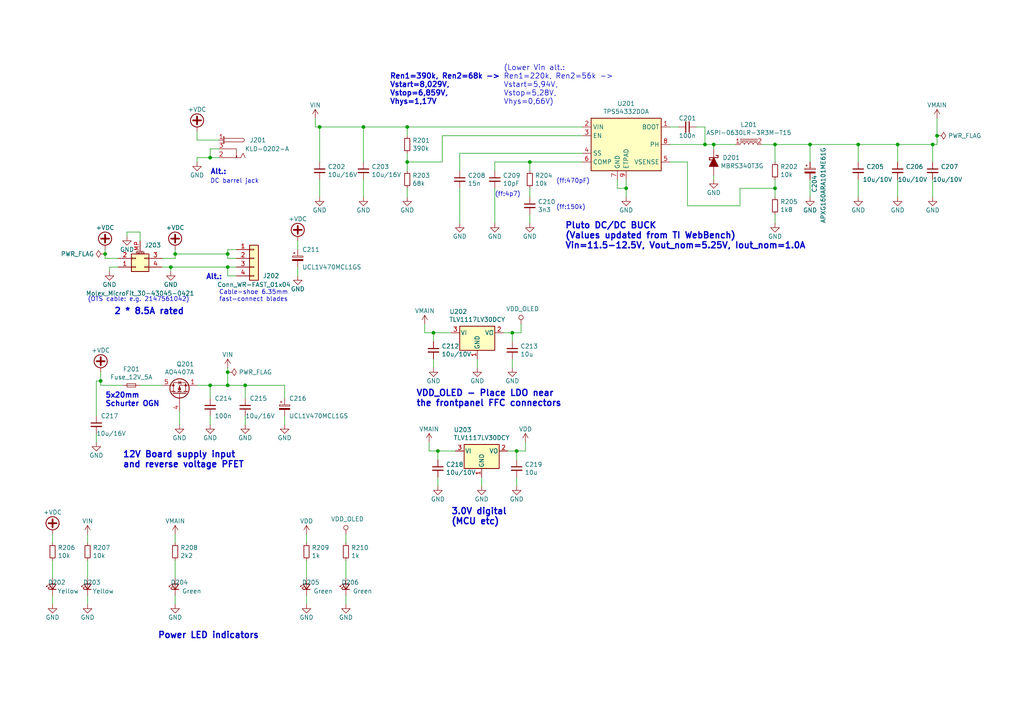
<source format=kicad_sch>
(kicad_sch (version 20231120) (generator "eeschema") (generator_version "8.0")
  (paper "A4")
  (title_block (title "DC/DC Buck, LDOs & power-LEDs") (date "2020-12-13") (rev "r0.1") (company "MaJo"))
  (lib_symbols
    (symbol "Connector_Generic_MountingPin:Conn_02x02_Counter_Clockwise_MountingPin" (pin_names (offset 1.016) hide)
      (property "Reference" "J" (at 1.27 2.54 0))
      (property "Value" "Conn_02x02_Counter_Clockwise_MountingPin" (at 2.54 -5.08 0))
      (symbol "Conn_02x02_Counter_Clockwise_MountingPin_1_1"
        (rectangle (start -1.27 -2.413) (end 0 -2.667) (stroke (width 0.1524)))
        (rectangle (start -1.27 0.127) (end 0 -0.127) (stroke (width 0.1524)))
        (rectangle (start -1.27 1.27) (end 3.81 -3.81) (stroke (width 0.254)) (fill (type background)))
        (polyline (pts (xy 0.254 -4.572) (xy 2.286 -4.572)) (stroke (width 0.1524)))
        (rectangle (start 3.81 -2.413) (end 2.54 -2.667) (stroke (width 0.1524)))
        (rectangle (start 3.81 0.127) (end 2.54 -0.127) (stroke (width 0.1524)))
        (text "Mounting" (at 1.27 -4.191 0) (effects (font (size 0.381 0.381))))
        (pin passive line (at -5.08 0 0) (length 3.81) (name "Pin_1") (number "1"))
        (pin passive line (at -5.08 -2.54 0) (length 3.81) (name "Pin_2") (number "2"))
        (pin passive line (at 7.62 -2.54 180) (length 3.81) (name "Pin_3") (number "3"))
        (pin passive line (at 7.62 0 180) (length 3.81) (name "Pin_4") (number "4"))
        (pin passive line (at 1.27 -7.62 90) (length 3.048) (name "MountPin") (number "MP"))
      )
    )
    (symbol "Device:C_Small" (pin_numbers hide) (pin_names (offset 0.254) hide)
      (property "Reference" "C" (at 0.254 1.778 0))
      (property "Value" "C_Small" (at 0.254 -2.032 0))
      (symbol "C_Small_0_1"
        (polyline (pts (xy -1.524 -0.508) (xy 1.524 -0.508)) (stroke (width 0.3302)))
        (polyline (pts (xy -1.524 0.508) (xy 1.524 0.508)) (stroke (width 0.3048)))
      )
      (symbol "C_Small_1_1"
        (pin passive line (at 0 2.54 270) (length 2.032) (name "~") (number "1"))
        (pin passive line (at 0 -2.54 90) (length 2.032) (name "~") (number "2"))
      )
    )
    (symbol "Device:Fuse_Small" (pin_numbers hide) (pin_names (offset 0.254) hide)
      (property "Reference" "F" (at 0 -1.524 0))
      (property "Value" "Fuse_Small" (at 0 1.524 0))
      (symbol "Fuse_Small_0_1"
        (rectangle (start -1.27 0.508) (end 1.27 -0.508))
        (polyline (pts (xy -1.27 0) (xy 1.27 0)))
      )
      (symbol "Fuse_Small_1_1"
        (pin passive line (at -2.54 0 0) (length 1.27) (name "~") (number "1"))
        (pin passive line (at 2.54 0 180) (length 1.27) (name "~") (number "2"))
      )
    )
    (symbol "Device:LED_Small" (pin_numbers hide) (pin_names (offset 0.254) hide)
      (property "Reference" "D" (at -1.27 3.175 0))
      (property "Value" "LED_Small" (at -4.445 -2.54 0))
      (symbol "LED_Small_0_1"
        (polyline (pts (xy -0.762 -1.016) (xy -0.762 1.016)) (stroke (width 0.254)))
        (polyline (pts (xy 1.016 0) (xy -0.762 0)))
        (polyline (pts (xy 0.762 -1.016) (xy -0.762 0) (xy 0.762 1.016) (xy 0.762 -1.016)) (stroke (width 0.254)))
        (polyline (pts (xy 0 0.762) (xy -0.508 1.27) (xy -0.254 1.27) (xy -0.508 1.27) (xy -0.508 1.016)))
        (polyline (pts (xy 0.508 1.27) (xy 0 1.778) (xy 0.254 1.778) (xy 0 1.778) (xy 0 1.524)))
      )
      (symbol "LED_Small_1_1"
        (pin passive line (at -2.54 0 0) (length 1.778) (name "K") (number "1"))
        (pin passive line (at 2.54 0 180) (length 1.778) (name "A") (number "2"))
      )
    )
    (symbol "Device:R_Small" (pin_numbers hide) (pin_names (offset 0.254) hide)
      (property "Reference" "R" (at 0.762 0.508 0))
      (property "Value" "R_Small" (at 0.762 -1.016 0))
      (symbol "R_Small_0_1"
        (rectangle (start -0.762 1.778) (end 0.762 -1.778) (stroke (width 0.2032)))
      )
      (symbol "R_Small_1_1"
        (pin passive line (at 0 2.54 270) (length 0.762) (name "~") (number "1"))
        (pin passive line (at 0 -2.54 90) (length 0.762) (name "~") (number "2"))
      )
    )
    (symbol "customlib_mj:AO4407A" (pin_names hide)
      (property "Reference" "Q" (at 5.08 1.905 0))
      (property "Value" "AO4407A" (at 5.08 0 0))
      (symbol "AO4407A_0_1"
        (polyline (pts (xy 0.254 0) (xy -2.54 0)))
        (polyline (pts (xy 0.254 1.905) (xy 0.254 -1.905)) (stroke (width 0.254)))
        (polyline (pts (xy 0.762 -1.27) (xy 0.762 -2.286)) (stroke (width 0.254)))
        (polyline (pts (xy 0.762 0.508) (xy 0.762 -0.508)) (stroke (width 0.254)))
        (polyline (pts (xy 0.762 2.286) (xy 0.762 1.27)) (stroke (width 0.254)))
        (polyline (pts (xy 2.54 2.54) (xy 2.54 1.778)))
        (polyline (pts (xy 2.54 -2.54) (xy 2.54 0) (xy 0.762 0)))
        (polyline (pts (xy 0.762 1.778) (xy 3.302 1.778) (xy 3.302 -1.778) (xy 0.762 -1.778)))
        (polyline (pts (xy 2.286 0) (xy 1.27 0.381) (xy 1.27 -0.381) (xy 2.286 0)) (fill (type outline)))
        (polyline (pts (xy 2.794 -0.508) (xy 2.921 -0.381) (xy 3.683 -0.381) (xy 3.81 -0.254)))
        (polyline (pts (xy 3.302 -0.381) (xy 2.921 0.254) (xy 3.683 0.254) (xy 3.302 -0.381)))
        (circle (center 1.651 0) (radius 2.794) (stroke (width 0.254)))
        (circle (center 2.54 -1.778) (radius 0.254) (fill (type outline)))
        (circle (center 2.54 1.778) (radius 0.254) (fill (type outline)))
      )
      (symbol "AO4407A_1_1"
        (pin passive line (at 2.54 -5.08 90) (length 2.54) (name "S") (number "1"))
        (pin passive line (at 2.54 -5.08 90) (length 2.54) hide (name "S") (number "2"))
        (pin passive line (at 2.54 -5.08 90) (length 2.54) hide (name "S") (number "3"))
        (pin input line (at -5.08 0 0) (length 2.54) (name "G") (number "4"))
        (pin passive line (at 2.54 5.08 270) (length 2.54) (name "D") (number "5"))
        (pin passive line (at 2.54 5.08 270) (length 2.54) hide (name "D") (number "6"))
        (pin passive line (at 2.54 5.08 270) (length 2.54) hide (name "D") (number "7"))
        (pin passive line (at 2.54 5.08 270) (length 2.54) hide (name "D") (number "8"))
      )
    )
    (symbol "customlib_mj:APXG160ARA101ME61G" (pin_numbers hide) (pin_names (offset 0.254) hide)
      (property "Reference" "C" (at 0.254 1.778 0))
      (property "Value" "APXG160ARA101ME61G" (at 0.254 -2.032 0))
      (symbol "APXG160ARA101ME61G_0_1"
        (rectangle (start -1.524 -0.3048) (end 1.524 -0.6858) (fill (type outline)))
        (rectangle (start -1.524 0.6858) (end 1.524 0.3048))
        (polyline (pts (xy -1.27 1.524) (xy -0.762 1.524)))
        (polyline (pts (xy -1.016 1.27) (xy -1.016 1.778)))
      )
      (symbol "APXG160ARA101ME61G_1_1"
        (pin passive line (at 0 2.54 270) (length 1.8542) (name "~") (number "1"))
        (pin passive line (at 0 -2.54 90) (length 1.8542) (name "~") (number "2"))
      )
    )
    (symbol "customlib_mj:ASPI-0630LR-3R3M-T15" (pin_names (offset 1.016) hide)
      (property "Reference" "L" (at 0 4.445 0))
      (property "Value" "ASPI-0630LR-3R3M-T15" (at 0 2.54 0))
      (symbol "ASPI-0630LR-3R3M-T15_0_1"
        (arc (start -1.27 0) (mid -1.905 0.6323) (end -2.54 0))
        (arc (start 0 0) (mid -0.635 0.6323) (end -1.27 0))
        (polyline (pts (xy -2.54 1.016) (xy 2.54 1.016)) (stroke (width 0.1778)))
        (polyline (pts (xy -2.54 1.524) (xy 2.54 1.524)) (stroke (width 0.1778)))
        (arc (start 1.27 0) (mid 0.635 0.6323) (end 0 0))
        (arc (start 2.54 0) (mid 1.905 0.6323) (end 1.27 0))
      )
      (symbol "ASPI-0630LR-3R3M-T15_1_1"
        (pin passive line (at -3.81 0 0) (length 1.27) (name "1") (number "1"))
        (pin passive line (at 3.81 0 180) (length 1.27) (name "2") (number "2"))
      )
    )
    (symbol "customlib_mj:Conn_WR-FAST_01x04" (pin_names (offset 1.016) hide)
      (property "Reference" "J" (at 0 5.08 0))
      (property "Value" "Conn_WR-FAST_01x04" (at 0 -7.62 0))
      (symbol "Conn_WR-FAST_01x04_1_1"
        (rectangle (start -1.27 -4.953) (end 0 -5.207) (stroke (width 0.1524)))
        (rectangle (start -1.27 -2.413) (end 0 -2.667) (stroke (width 0.1524)))
        (rectangle (start -1.27 0.127) (end 0 -0.127) (stroke (width 0.1524)))
        (rectangle (start -1.27 2.667) (end 0 2.413) (stroke (width 0.1524)))
        (rectangle (start -1.27 3.81) (end 1.27 -6.35) (stroke (width 0.254)) (fill (type background)))
        (pin passive line (at -5.08 2.54 0) (length 3.81) (name "Pin_1") (number "1"))
        (pin passive line (at -5.08 0 0) (length 3.81) (name "Pin_2") (number "2"))
        (pin passive line (at -5.08 -2.54 0) (length 3.81) (name "Pin_3") (number "3"))
        (pin passive line (at -5.08 -5.08 0) (length 3.81) (name "Pin_4") (number "4"))
      )
    )
    (symbol "customlib_mj:KLD-0202-A" (pin_names (offset 1.016))
      (property "Reference" "J" (at 1.27 -3.81 0))
      (property "Value" "KLD-0202-A" (at 1.27 5.08 0))
      (symbol "KLD-0202-A_0_0"
        (arc (start -4.826 2.54) (mid -4.6772 2.1808) (end -4.318 2.032))
        (arc (start -4.318 3.048) (mid -4.6772 2.8992) (end -4.826 2.54))
        (polyline (pts (xy 1.016 2.032) (xy -4.318 2.032)))
        (polyline (pts (xy 1.016 3.048) (xy -4.318 3.048)))
        (polyline (pts (xy -2.54 -2.54) (xy -2.54 0) (xy 1.27 0)))
        (polyline (pts (xy -5.08 -2.54) (xy -4.445 -1.27) (xy -3.81 -2.54) (xy 1.27 -2.54)))
        (polyline (pts (xy -2.54 -2.54) (xy -2.413 -2.032) (xy -2.667 -2.032) (xy -2.54 -2.54)) (fill (type outline)))
        (rectangle (start 1.27 1.524) (end 1.016 3.556))
      )
      (symbol "KLD-0202-A_0_1"
        (pin power_in line (at 2.54 2.54 180) (length 1.27) (name "~") (number "1"))
        (pin power_in line (at 2.54 -2.54 180) (length 1.27) (name "~") (number "2"))
        (pin passive line (at 2.54 0 180) (length 1.27) (name "~") (number "3"))
      )
    )
    (symbol "customlib_mj:MBRS340T3G" (pin_numbers hide) (pin_names (offset 1.016) hide)
      (property "Reference" "D" (at 0 2.54 0))
      (property "Value" "MBRS340T3G" (at 0 -2.54 0))
      (symbol "MBRS340T3G_0_1"
        (polyline (pts (xy 1.27 0) (xy -1.27 0)))
        (polyline (pts (xy 1.27 1.27) (xy 1.27 -1.27) (xy -1.27 0) (xy 1.27 1.27)) (stroke (width 0.254)) (fill (type outline)))
        (polyline (pts (xy -1.905 0.635) (xy -1.905 1.27) (xy -1.27 1.27) (xy -1.27 -1.27) (xy -0.635 -1.27) (xy -0.635 -0.635)) (stroke (width 0.254)))
      )
      (symbol "MBRS340T3G_1_1"
        (pin passive line (at -3.81 0 0) (length 2.54) (name "K") (number "1"))
        (pin passive line (at 3.81 0 180) (length 2.54) (name "A") (number "2"))
      )
    )
    (symbol "customlib_mj:TLV1117LV30DCY" (pin_names (offset 0.254))
      (property "Reference" "U" (at 1.27 -6.35 0))
      (property "Value" "TLV1117LV30DCY" (at 0 3.175 0))
      (symbol "TLV1117LV30DCY_0_1"
        (rectangle (start -5.08 -5.08) (end 5.08 1.905) (stroke (width 0.254)) (fill (type background)))
      )
      (symbol "TLV1117LV30DCY_1_1"
        (pin power_in line (at 0 -7.62 90) (length 2.54) (name "GND") (number "1"))
        (pin power_out line (at 7.62 0 180) (length 2.54) (name "VO") (number "2"))
        (pin power_in line (at -7.62 0 0) (length 2.54) (name "VI") (number "3"))
      )
    )
    (symbol "customlib_mj:TPS54332DDA"
      (property "Reference" "U" (at -8.89 8.89 0))
      (property "Value" "TPS54332DDA" (at 3.81 8.89 0))
      (symbol "TPS54332DDA_1_1"
        (rectangle (start -10.16 7.62) (end 10.16 -7.62) (stroke (width 0.254)) (fill (type background)))
        (pin output line (at 12.7 5.08 180) (length 2.54) (name "BOOT") (number "1"))
        (pin power_in line (at -12.7 5.08 0) (length 2.54) (name "VIN") (number "2"))
        (pin input line (at -12.7 2.54 0) (length 2.54) (name "EN") (number "3"))
        (pin input line (at -12.7 -2.54 0) (length 2.54) (name "SS") (number "4"))
        (pin input line (at 12.7 -5.08 180) (length 2.54) (name "VSENSE") (number "5"))
        (pin output line (at -12.7 -5.08 0) (length 2.54) (name "COMP") (number "6"))
        (pin power_in line (at -2.54 -10.16 90) (length 2.54) (name "GND") (number "7"))
        (pin output line (at 12.7 0 180) (length 2.54) (name "PH") (number "8"))
        (pin power_in line (at 0 -10.16 90) (length 2.54) (name "ETPAD") (number "9"))
      )
    )
    (symbol "customlib_mj:UCL1V470MCL1GS" (pin_numbers hide) (pin_names (offset 0.254) hide)
      (property "Reference" "C" (at 0.254 1.778 0))
      (property "Value" "UCL1V470MCL1GS" (at 0.254 -2.032 0))
      (symbol "UCL1V470MCL1GS_0_1"
        (rectangle (start -1.524 -0.3048) (end 1.524 -0.6858) (fill (type outline)))
        (rectangle (start -1.524 0.6858) (end 1.524 0.3048))
        (polyline (pts (xy -1.27 1.524) (xy -0.762 1.524)))
        (polyline (pts (xy -1.016 1.27) (xy -1.016 1.778)))
      )
      (symbol "UCL1V470MCL1GS_1_1"
        (pin passive line (at 0 2.54 270) (length 1.8542) (name "~") (number "1"))
        (pin passive line (at 0 -2.54 90) (length 1.8542) (name "~") (number "2"))
      )
    )
    (symbol "customlib_mj:VDD_OLED" (power) (pin_names (offset 0))
      (property "Value" "VDD_OLED" (at 0 3.81 0))
      (symbol "VDD_OLED_0_1"
        (polyline (pts (xy 0 0) (xy 0 1.27)))
        (circle (center 0 1.905) (radius 0.635))
      )
      (symbol "VDD_OLED_1_1"
        (pin power_in line (at 0 0 90) (length 0) hide (name "VDD_OLED") (number "1"))
      )
    )
    (symbol "customlib_mj:VIN" (power) (pin_names (offset 0))
      (property "Value" "VIN" (at 0 3.81 0))
      (symbol "VIN_0_1"
        (polyline (pts (xy -0.762 1.27) (xy 0 2.54)))
        (polyline (pts (xy 0 0) (xy 0 2.54)))
        (polyline (pts (xy 0 2.54) (xy 0.762 1.27)))
      )
      (symbol "VIN_1_1"
        (pin power_in line (at 0 0 90) (length 0) hide (name "VIN") (number "1"))
      )
    )
    (symbol "customlib_mj:VMAIN" (power) (pin_names (offset 0))
      (property "Value" "VMAIN" (at 0 3.81 0))
      (symbol "VMAIN_0_1"
        (polyline (pts (xy -0.762 1.27) (xy 0 2.54)))
        (polyline (pts (xy 0 0) (xy 0 2.54)))
        (polyline (pts (xy 0 2.54) (xy 0.762 1.27)))
      )
      (symbol "VMAIN_1_1"
        (pin power_in line (at 0 0 90) (length 0) hide (name "VMAIN") (number "1"))
      )
    )
    (symbol "power:+VDC" (power) (pin_names (offset 0))
      (property "Value" "+VDC" (at 0 6.35 0))
      (symbol "+VDC_0_1"
        (polyline (pts (xy -1.143 3.175) (xy 1.143 3.175)) (stroke (width 0.508)))
        (polyline (pts (xy 0 0) (xy 0 1.27)))
        (polyline (pts (xy 0 2.032) (xy 0 4.318)) (stroke (width 0.508)))
        (circle (center 0 3.175) (radius 1.905) (stroke (width 0.254)))
      )
      (symbol "+VDC_1_1"
        (pin power_in line (at 0 0 90) (length 0) hide (name "+VDC") (number "1"))
      )
    )
    (symbol "power:GND" (power) (pin_names (offset 0))
      (property "Value" "GND" (at 0 -3.81 0))
      (symbol "GND_0_1"
        (polyline (pts (xy 0 0) (xy 0 -1.27) (xy 1.27 -1.27) (xy 0 -2.54) (xy -1.27 -1.27) (xy 0 -1.27)))
      )
      (symbol "GND_1_1"
        (pin power_in line (at 0 0 270) (length 0) hide (name "GND") (number "1"))
      )
    )
    (symbol "power:PWR_FLAG" (power) (pin_numbers hide) (pin_names (offset 0) hide)
      (property "Value" "PWR_FLAG" (at 0 3.81 0))
      (symbol "PWR_FLAG_0_0"
        (pin power_out line (at 0 0 90) (length 0) (name "pwr") (number "1"))
      )
      (symbol "PWR_FLAG_0_1"
        (polyline (pts (xy 0 0) (xy 0 1.27) (xy -1.016 1.905) (xy 0 2.54) (xy 1.016 1.905) (xy 0 1.27)))
      )
    )
    (symbol "power:VDD" (power) (pin_names (offset 0))
      (property "Value" "VDD" (at 0 3.81 0))
      (symbol "VDD_0_1"
        (polyline (pts (xy -0.762 1.27) (xy 0 2.54)))
        (polyline (pts (xy 0 0) (xy 0 2.54)))
        (polyline (pts (xy 0 2.54) (xy 0.762 1.27)))
      )
      (symbol "VDD_1_1"
        (pin power_in line (at 0 0 90) (length 0) hide (name "VDD") (number "1"))
      )
    )
  )
  (junction (at 60.96 45.72))
  (junction (at 66.04 77.47))
  (junction (at 224.79 41.91))
  (junction (at 118.11 46.99))
  (junction (at 207.01 41.91))
  (junction (at 148.59 96.52))
  (junction (at 50.8 73.66))
  (junction (at 271.78 39.37))
  (junction (at 29.21 110.49))
  (junction (at 224.79 54.61))
  (junction (at 125.73 96.52))
  (junction (at 66.04 111.76))
  (junction (at 105.41 36.83))
  (junction (at 92.71 36.83))
  (junction (at 204.47 41.91))
  (junction (at 71.12 111.76))
  (junction (at 181.61 54.61))
  (junction (at 153.67 46.99))
  (junction (at 260.35 41.91))
  (junction (at 30.48 73.66))
  (junction (at 60.96 111.76))
  (junction (at 49.53 77.47))
  (junction (at 248.92 41.91))
  (junction (at 234.95 41.91))
  (junction (at 118.11 36.83))
  (junction (at 149.86 130.81))
  (junction (at 66.04 107.95))
  (junction (at 127 130.81))
  (junction (at 66.04 73.66))
  (junction (at 270.51 41.91))
  (wire (pts (xy 36.83 67.31) (xy 40.64 67.31)))
  (wire (pts (xy 143.51 46.99) (xy 143.51 49.53)))
  (wire (pts (xy 50.8 172.72) (xy 50.8 175.26)))
  (wire (pts (xy 127 130.81) (xy 127 133.35)))
  (wire (pts (xy 133.35 54.61) (xy 133.35 64.77)))
  (wire (pts (xy 214.63 54.61) (xy 214.63 59.69)))
  (wire (pts (xy 224.79 41.91) (xy 234.95 41.91)))
  (wire (pts (xy 63.5 40.64) (xy 57.15 40.64)))
  (wire (pts (xy 25.4 172.72) (xy 25.4 175.26)))
  (wire (pts (xy 147.32 130.81) (xy 149.86 130.81)))
  (wire (pts (xy 88.9 172.72) (xy 88.9 175.26)))
  (wire (pts (xy 27.94 120.65) (xy 27.94 110.49)))
  (wire (pts (xy 46.99 111.76) (xy 40.64 111.76)))
  (wire (pts (xy 86.36 69.85) (xy 86.36 72.39)))
  (wire (pts (xy 57.15 111.76) (xy 60.96 111.76)))
  (wire (pts (xy 149.86 130.81) (xy 152.4 130.81)))
  (wire (pts (xy 29.21 110.49) (xy 29.21 107.95)))
  (wire (pts (xy 82.55 120.65) (xy 82.55 123.19)))
  (wire (pts (xy 271.78 39.37) (xy 271.78 34.29)))
  (wire (pts (xy 100.33 172.72) (xy 100.33 175.26)))
  (wire (pts (xy 30.48 73.66) (xy 30.48 72.39)))
  (wire (pts (xy 66.04 72.39) (xy 66.04 73.66)))
  (wire (pts (xy 30.48 74.93) (xy 30.48 73.66)))
  (wire (pts (xy 66.04 111.76) (xy 66.04 107.95)))
  (wire (pts (xy 34.29 74.93) (xy 30.48 74.93)))
  (wire (pts (xy 234.95 57.15) (xy 234.95 52.07)))
  (wire (pts (xy 60.96 43.18) (xy 60.96 45.72)))
  (wire (pts (xy 91.44 36.83) (xy 91.44 34.29)))
  (wire (pts (xy 60.96 45.72) (xy 57.15 45.72)))
  (wire (pts (xy 143.51 54.61) (xy 143.51 64.77)))
  (wire (pts (xy 207.01 43.18) (xy 207.01 41.91)))
  (wire (pts (xy 260.35 41.91) (xy 270.51 41.91)))
  (wire (pts (xy 181.61 52.07) (xy 181.61 54.61)))
  (wire (pts (xy 248.92 41.91) (xy 260.35 41.91)))
  (wire (pts (xy 60.96 111.76) (xy 66.04 111.76)))
  (wire (pts (xy 199.39 46.99) (xy 194.31 46.99)))
  (wire (pts (xy 40.64 67.31) (xy 40.64 69.85)))
  (wire (pts (xy 138.43 104.14) (xy 138.43 106.68)))
  (wire (pts (xy 128.27 46.99) (xy 128.27 39.37)))
  (wire (pts (xy 168.91 46.99) (xy 153.67 46.99)))
  (wire (pts (xy 35.56 111.76) (xy 29.21 111.76)))
  (wire (pts (xy 105.41 57.15) (xy 105.41 52.07)))
  (wire (pts (xy 68.58 77.47) (xy 66.04 77.47)))
  (wire (pts (xy 71.12 111.76) (xy 82.55 111.76)))
  (wire (pts (xy 181.61 54.61) (xy 181.61 57.15)))
  (wire (pts (xy 88.9 162.56) (xy 88.9 167.64)))
  (wire (pts (xy 153.67 46.99) (xy 143.51 46.99)))
  (wire (pts (xy 260.35 46.99) (xy 260.35 41.91)))
  (wire (pts (xy 146.05 96.52) (xy 148.59 96.52)))
  (wire (pts (xy 271.78 41.91) (xy 271.78 39.37)))
  (wire (pts (xy 149.86 130.81) (xy 149.86 133.35)))
  (wire (pts (xy 27.94 110.49) (xy 29.21 110.49)))
  (wire (pts (xy 71.12 120.65) (xy 71.12 123.19)))
  (wire (pts (xy 71.12 111.76) (xy 71.12 115.57)))
  (wire (pts (xy 50.8 162.56) (xy 50.8 167.64)))
  (wire (pts (xy 127 138.43) (xy 127 140.97)))
  (wire (pts (xy 36.83 68.58) (xy 36.83 67.31)))
  (wire (pts (xy 118.11 39.37) (xy 118.11 36.83)))
  (wire (pts (xy 224.79 62.23) (xy 224.79 64.77)))
  (wire (pts (xy 27.94 128.27) (xy 27.94 125.73)))
  (wire (pts (xy 25.4 162.56) (xy 25.4 167.64)))
  (wire (pts (xy 179.07 54.61) (xy 181.61 54.61)))
  (wire (pts (xy 15.24 154.94) (xy 15.24 157.48)))
  (wire (pts (xy 82.55 111.76) (xy 82.55 115.57)))
  (wire (pts (xy 124.46 130.81) (xy 127 130.81)))
  (wire (pts (xy 50.8 73.66) (xy 50.8 72.39)))
  (wire (pts (xy 105.41 46.99) (xy 105.41 36.83)))
  (wire (pts (xy 214.63 59.69) (xy 199.39 59.69)))
  (wire (pts (xy 127 130.81) (xy 132.08 130.81)))
  (wire (pts (xy 234.95 46.99) (xy 234.95 41.91)))
  (wire (pts (xy 260.35 57.15) (xy 260.35 52.07)))
  (wire (pts (xy 133.35 44.45) (xy 133.35 49.53)))
  (wire (pts (xy 123.19 96.52) (xy 125.73 96.52)))
  (wire (pts (xy 153.67 57.15) (xy 153.67 54.61)))
  (wire (pts (xy 204.47 36.83) (xy 204.47 41.91)))
  (wire (pts (xy 50.8 73.66) (xy 66.04 73.66)))
  (wire (pts (xy 149.86 138.43) (xy 149.86 140.97)))
  (wire (pts (xy 148.59 96.52) (xy 148.59 99.06)))
  (wire (pts (xy 92.71 57.15) (xy 92.71 52.07)))
  (wire (pts (xy 168.91 44.45) (xy 133.35 44.45)))
  (wire (pts (xy 234.95 41.91) (xy 248.92 41.91)))
  (wire (pts (xy 100.33 154.94) (xy 100.33 157.48)))
  (wire (pts (xy 248.92 46.99) (xy 248.92 41.91)))
  (wire (pts (xy 224.79 52.07) (xy 224.79 54.61)))
  (wire (pts (xy 68.58 80.01) (xy 66.04 80.01)))
  (wire (pts (xy 31.75 77.47) (xy 34.29 77.47)))
  (wire (pts (xy 270.51 57.15) (xy 270.51 52.07)))
  (wire (pts (xy 151.13 96.52) (xy 151.13 93.98)))
  (wire (pts (xy 60.96 111.76) (xy 60.96 115.57)))
  (wire (pts (xy 88.9 154.94) (xy 88.9 157.48)))
  (wire (pts (xy 49.53 77.47) (xy 46.99 77.47)))
  (wire (pts (xy 123.19 93.98) (xy 123.19 96.52)))
  (wire (pts (xy 29.21 111.76) (xy 29.21 110.49)))
  (wire (pts (xy 199.39 59.69) (xy 199.39 46.99)))
  (wire (pts (xy 57.15 40.64) (xy 57.15 38.1)))
  (wire (pts (xy 86.36 77.47) (xy 86.36 80.01)))
  (wire (pts (xy 60.96 120.65) (xy 60.96 123.19)))
  (wire (pts (xy 52.07 123.19) (xy 52.07 119.38)))
  (wire (pts (xy 57.15 45.72) (xy 57.15 46.99)))
  (wire (pts (xy 66.04 80.01) (xy 66.04 77.47)))
  (wire (pts (xy 15.24 162.56) (xy 15.24 167.64)))
  (wire (pts (xy 270.51 46.99) (xy 270.51 41.91)))
  (wire (pts (xy 63.5 45.72) (xy 60.96 45.72)))
  (wire (pts (xy 248.92 57.15) (xy 248.92 52.07)))
  (wire (pts (xy 207.01 41.91) (xy 213.36 41.91)))
  (wire (pts (xy 179.07 52.07) (xy 179.07 54.61)))
  (wire (pts (xy 105.41 36.83) (xy 92.71 36.83)))
  (wire (pts (xy 118.11 57.15) (xy 118.11 54.61)))
  (wire (pts (xy 139.7 138.43) (xy 139.7 140.97)))
  (wire (pts (xy 204.47 41.91) (xy 207.01 41.91)))
  (wire (pts (xy 124.46 128.27) (xy 124.46 130.81)))
  (wire (pts (xy 66.04 74.93) (xy 68.58 74.93)))
  (wire (pts (xy 270.51 41.91) (xy 271.78 41.91)))
  (wire (pts (xy 50.8 154.94) (xy 50.8 157.48)))
  (wire (pts (xy 168.91 36.83) (xy 118.11 36.83)))
  (wire (pts (xy 66.04 73.66) (xy 66.04 74.93)))
  (wire (pts (xy 125.73 96.52) (xy 130.81 96.52)))
  (wire (pts (xy 92.71 36.83) (xy 91.44 36.83)))
  (wire (pts (xy 118.11 49.53) (xy 118.11 46.99)))
  (wire (pts (xy 194.31 41.91) (xy 204.47 41.91)))
  (wire (pts (xy 100.33 162.56) (xy 100.33 167.64)))
  (wire (pts (xy 148.59 96.52) (xy 151.13 96.52)))
  (wire (pts (xy 118.11 46.99) (xy 128.27 46.99)))
  (wire (pts (xy 49.53 78.74) (xy 49.53 77.47)))
  (wire (pts (xy 194.31 36.83) (xy 196.85 36.83)))
  (wire (pts (xy 148.59 104.14) (xy 148.59 106.68)))
  (wire (pts (xy 224.79 54.61) (xy 224.79 57.15)))
  (wire (pts (xy 152.4 130.81) (xy 152.4 128.27)))
  (wire (pts (xy 125.73 96.52) (xy 125.73 99.06)))
  (wire (pts (xy 153.67 62.23) (xy 153.67 64.77)))
  (wire (pts (xy 224.79 46.99) (xy 224.79 41.91)))
  (wire (pts (xy 49.53 77.47) (xy 66.04 77.47)))
  (wire (pts (xy 68.58 72.39) (xy 66.04 72.39)))
  (wire (pts (xy 201.93 36.83) (xy 204.47 36.83)))
  (wire (pts (xy 25.4 154.94) (xy 25.4 157.48)))
  (wire (pts (xy 63.5 43.18) (xy 60.96 43.18)))
  (wire (pts (xy 50.8 74.93) (xy 50.8 73.66)))
  (wire (pts (xy 118.11 46.99) (xy 118.11 44.45)))
  (wire (pts (xy 128.27 39.37) (xy 168.91 39.37)))
  (wire (pts (xy 125.73 104.14) (xy 125.73 106.68)))
  (wire (pts (xy 118.11 36.83) (xy 105.41 36.83)))
  (wire (pts (xy 224.79 54.61) (xy 214.63 54.61)))
  (wire (pts (xy 46.99 74.93) (xy 50.8 74.93)))
  (wire (pts (xy 15.24 172.72) (xy 15.24 175.26)))
  (wire (pts (xy 66.04 107.95) (xy 66.04 106.68)))
  (wire (pts (xy 92.71 46.99) (xy 92.71 36.83)))
  (wire (pts (xy 31.75 78.74) (xy 31.75 77.47)))
  (wire (pts (xy 153.67 46.99) (xy 153.67 49.53)))
  (wire (pts (xy 207.01 52.07) (xy 207.01 50.8)))
  (wire (pts (xy 220.98 41.91) (xy 224.79 41.91)))
  (wire (pts (xy 66.04 111.76) (xy 71.12 111.76)))
  (text "Ren1=390k, Ren2=68k ->\nVstart=8,029V,\nVstop=6,859V,\nVhys=1,17V" (at 113.03 30.48 0) (effects (font (size 1.524 1.524) (thickness 0.3048) (bold yes)) (justify left bottom)))
  (text "(Lower Vin alt.: \nRen1=220k, Ren2=56k ->\nVstart=5,94V,\nVstop=5,28V,\nVhys=0,66V)" (at 146.05 30.48 0) (effects (font (size 1.524 1.524)) (justify left bottom)))
  (text "Alt.:" (at 60.96 50.8 0) (effects (font (size 1.524 1.524) (thickness 0.3048) (bold yes)) (justify left bottom)))
  (text "(ff:470pF)" (at 161.29 53.34 0) (effects (font (size 1.27 1.27)) (justify left bottom)))
  (text "Cable-shoe 6.35mm\nfast-connect blades\n" (at 63.5 87.63 0) (effects (font (size 1.27 1.27)) (justify left bottom)))
  (text "(ff:150k)" (at 161.29 60.96 0) (effects (font (size 1.27 1.27)) (justify left bottom)))
  (text "2 * 8.5A rated" (at 33.02 91.44 0) (effects (font (size 1.8034 1.8034) (thickness 0.3607) (bold yes)) (justify left bottom)))
  (text "Power LED indicators" (at 45.72 185.42 0) (effects (font (size 1.8034 1.8034) (thickness 0.3607) (bold yes)) (justify left bottom)))
  (text "(OTS cable: e.g. 2147561042)" (at 25.4 87.63 0) (effects (font (size 1.27 1.27)) (justify left bottom)))
  (text "5x20mm\nSchurter OGN" (at 30.48 118.11 0) (effects (font (size 1.524 1.524) (thickness 0.3048) (bold yes)) (justify left bottom)))
  (text "Pluto DC/DC BUCK\n(Values updated from TI WebBench)\nVin=11.5-12.5V, Vout_nom=5.25V, Iout_nom=1.0A" (at 163.83 72.39 0) (effects (font (size 1.8034 1.8034) (thickness 0.3607) (bold yes)) (justify left bottom)))
  (text "Alt.:" (at 59.69 81.28 0) (effects (font (size 1.524 1.524) (thickness 0.3048) (bold yes)) (justify left bottom)))
  (text "VDD_OLED - Place LDO near \nthe frontpanel FFC connectors" (at 120.65 118.11 0) (effects (font (size 1.8034 1.8034) (thickness 0.3607) (bold yes)) (justify left bottom)))
  (text "(ff:4p7)" (at 143.51 57.15 0) (effects (font (size 1.27 1.27)) (justify left bottom)))
  (text "DC barrel jack" (at 60.96 53.34 0) (effects (font (size 1.27 1.27)) (justify left bottom)))
  (text "12V Board supply input\nand reverse voltage PFET" (at 35.56 135.89 0) (effects (font (size 1.8034 1.8034) (thickness 0.3607) (bold yes)) (justify left bottom)))
  (text "3.0V digital\n(MCU etc)" (at 130.81 152.4 0) (effects (font (size 1.8034 1.8034) (thickness 0.3607) (bold yes)) (justify left bottom)))
  (symbol (lib_id "customlib_mj:VIN") (at 66.04 106.68 0) (unit 1)
    (property "Reference" "#PWR0227" (effects (hide yes)))
    (property "Value" "VIN" (at 66.04 102.87 0))
  )
  (symbol (lib_id "customlib_mj:UCL1V470MCL1GS") (at 82.55 118.11 0) (unit 1)
    (property "Reference" "C216" (at 83.82 115.57 0) (effects (justify left)))
    (property "Value" "UCL1V470MCL1GS" (at 83.82 120.65 0) (effects (justify left)))
    (property "Footprint" "Capacitor_SMD:CP_Elec_6.3x5.8" (effects (hide yes)))
    (property "Datasheet" "https://www.mouser.se/datasheet/2/293/e-ucl-1513103.pdf" (effects (hide yes)))
  )
  (symbol (lib_id "Device:C_Small") (at 60.96 118.11 0) (unit 1)
    (property "Reference" "C214" (at 62.23 115.57 0) (effects (justify left)))
    (property "Value" "100n" (at 62.23 120.65 0) (effects (justify left)))
    (property "Footprint" "Capacitor_SMD:C_0603_1608Metric" (effects (hide yes)))
    (property "LCSC" "C14663" (effects (hide yes)))
  )
  (symbol (lib_id "power:GND") (at 82.55 123.19 0) (unit 1)
    (property "Reference" "#PWR0235" (effects (hide yes)))
    (property "Value" "GND" (at 82.55 127 0))
  )
  (symbol (lib_id "power:GND") (at 60.96 123.19 0) (unit 1)
    (property "Reference" "#PWR0233" (effects (hide yes)))
    (property "Value" "GND" (at 60.96 127 0))
  )
  (symbol (lib_id "Device:C_Small") (at 92.71 49.53 0) (unit 1)
    (property "Reference" "C202" (at 95.0468 48.3616 0) (effects (justify left)))
    (property "Value" "10u/16V" (at 95.0468 50.673 0) (effects (justify left)))
    (property "Footprint" "Capacitor_SMD:C_0805_2012Metric" (effects (hide yes)))
    (property "LCSC" "C15850" (effects (hide yes)))
  )
  (symbol (lib_id "customlib_mj:VIN") (at 91.44 34.29 0) (unit 1)
    (property "Reference" "#PWR0201" (effects (hide yes)))
    (property "Value" "VIN" (at 91.44 30.48 0))
  )
  (symbol (lib_id "Device:C_Small") (at 105.41 49.53 0) (unit 1)
    (property "Reference" "C203" (at 107.7468 48.3616 0) (effects (justify left)))
    (property "Value" "10u/16V" (at 107.7468 50.673 0) (effects (justify left)))
    (property "Footprint" "Capacitor_SMD:C_0805_2012Metric" (effects (hide yes)))
    (property "LCSC" "C15850" (effects (hide yes)))
  )
  (symbol (lib_id "Device:R_Small") (at 118.11 41.91 0) (unit 1)
    (property "Reference" "R201" (at 119.6086 40.7416 0) (effects (justify left)))
    (property "Value" "390k" (at 119.6086 43.053 0) (effects (justify left)))
    (property "Footprint" "Resistor_SMD:R_0603_1608Metric" (effects (hide yes)))
    (property "LCSC" "C23150" (effects (hide yes)))
  )
  (symbol (lib_id "Device:R_Small") (at 118.11 52.07 0) (unit 1)
    (property "Reference" "R203" (at 119.6086 50.9016 0) (effects (justify left)))
    (property "Value" "68k" (at 119.6086 53.213 0) (effects (justify left)))
    (property "Footprint" "Resistor_SMD:R_0402_1005Metric" (effects (hide yes)))
    (property "LCSC" "C36871" (effects (hide yes)))
  )
  (symbol (lib_id "Device:C_Small") (at 133.35 52.07 0) (unit 1)
    (property "Reference" "C208" (at 135.6868 50.9016 0) (effects (justify left)))
    (property "Value" "15n" (at 135.6868 53.213 0) (effects (justify left)))
    (property "Footprint" "Capacitor_SMD:C_0603_1608Metric" (effects (hide yes)))
    (property "LCSC" "C1596" (effects (hide yes)))
  )
  (symbol (lib_id "Device:C_Small") (at 143.51 52.07 0) (unit 1)
    (property "Reference" "C209" (at 145.8468 50.9016 0) (effects (justify left)))
    (property "Value" "10pF" (at 145.8468 53.213 0) (effects (justify left)))
    (property "Footprint" "Capacitor_SMD:C_0402_1005Metric" (effects (hide yes)))
    (property "LCSC" "C32949" (effects (hide yes)))
  )
  (symbol (lib_id "Device:C_Small") (at 153.67 59.69 0) (unit 1)
    (property "Reference" "C210" (at 156.0068 58.5216 0) (effects (justify left)))
    (property "Value" "3n3" (at 156.0068 60.833 0) (effects (justify left)))
    (property "Footprint" "Capacitor_SMD:C_0402_1005Metric" (effects (hide yes)))
    (property "LCSC" "C26404" (effects (hide yes)))
  )
  (symbol (lib_id "Device:R_Small") (at 153.67 52.07 0) (unit 1)
    (property "Reference" "R204" (at 155.1686 50.9016 0) (effects (justify left)))
    (property "Value" "10k" (at 155.1686 53.213 0) (effects (justify left)))
    (property "Footprint" "Resistor_SMD:R_0402_1005Metric" (effects (hide yes)))
    (property "LCSC" "C25744" (effects (hide yes)))
  )
  (symbol (lib_id "customlib_mj:TPS54332DDA") (at 181.61 41.91 0) (unit 1)
    (property "Reference" "U201" (at 181.61 30.0482 0))
    (property "Value" "TPS54332DDA" (at 181.61 32.3596 0))
    (property "Footprint" "Package_SO:TI_SO-PowerPAD-8_ThermalVias" (effects (hide yes)))
    (property "Datasheet" "https://www.ti.com/lit/gpn/tps54332" (effects (hide yes)))
    (property "LCSC" "C41312" (effects (hide yes)))
  )
  (symbol (lib_id "power:GND") (at 153.67 64.77 0) (unit 1)
    (property "Reference" "#PWR0216" (effects (hide yes)))
    (property "Value" "GND" (at 153.67 68.58 0))
  )
  (symbol (lib_id "power:GND") (at 143.51 64.77 0) (unit 1)
    (property "Reference" "#PWR0215" (effects (hide yes)))
    (property "Value" "GND" (at 143.51 68.58 0))
  )
  (symbol (lib_id "power:GND") (at 133.35 64.77 0) (unit 1)
    (property "Reference" "#PWR0214" (effects (hide yes)))
    (property "Value" "GND" (at 133.35 68.58 0))
  )
  (symbol (lib_id "power:GND") (at 118.11 57.15 0) (unit 1)
    (property "Reference" "#PWR0208" (effects (hide yes)))
    (property "Value" "GND" (at 118.11 60.96 0))
  )
  (symbol (lib_id "power:GND") (at 105.41 57.15 0) (unit 1)
    (property "Reference" "#PWR0207" (effects (hide yes)))
    (property "Value" "GND" (at 105.41 60.96 0))
  )
  (symbol (lib_id "power:GND") (at 92.71 57.15 0) (unit 1)
    (property "Reference" "#PWR0206" (effects (hide yes)))
    (property "Value" "GND" (at 92.71 60.96 0))
  )
  (symbol (lib_id "power:GND") (at 181.61 57.15 0) (unit 1)
    (property "Reference" "#PWR0209" (effects (hide yes)))
    (property "Value" "GND" (at 181.61 60.96 0))
  )
  (symbol (lib_id "Device:C_Small") (at 199.39 36.83 270) (unit 1)
    (property "Reference" "C201" (at 199.39 34.29 90))
    (property "Value" "100n" (at 196.85 39.37 90) (effects (justify left)))
    (property "Footprint" "Capacitor_SMD:C_0603_1608Metric" (effects (hide yes)))
    (property "LCSC" "C14663" (effects (hide yes)))
  )
  (symbol (lib_id "Device:R_Small") (at 224.79 59.69 0) (unit 1)
    (property "Reference" "R205" (at 226.2886 58.5216 0) (effects (justify left)))
    (property "Value" "1k8" (at 226.2886 60.833 0) (effects (justify left)))
    (property "Footprint" "Resistor_SMD:R_0603_1608Metric" (effects (hide yes)))
    (property "LCSC" "C4177" (effects (hide yes)))
  )
  (symbol (lib_id "power:GND") (at 224.79 64.77 0) (unit 1)
    (property "Reference" "#PWR0217" (effects (hide yes)))
    (property "Value" "GND" (at 224.79 68.58 0))
  )
  (symbol (lib_id "Device:R_Small") (at 224.79 49.53 0) (unit 1)
    (property "Reference" "R202" (at 226.2886 48.3616 0) (effects (justify left)))
    (property "Value" "10k" (at 226.2886 50.673 0) (effects (justify left)))
    (property "Footprint" "Resistor_SMD:R_0402_1005Metric" (effects (hide yes)))
    (property "LCSC" "C25744" (effects (hide yes)))
  )
  (symbol (lib_id "customlib_mj:MBRS340T3G") (at 207.01 46.99 270) (unit 1)
    (property "Reference" "D201" (at 209.55 45.72 90) (effects (justify left)))
    (property "Value" "MBRS340T3G" (at 215.2396 48.133 90))
    (property "Footprint" "customlib_mj_fp:MBRS3xx_SMC_CASE_403AC" (effects (hide yes)))
    (property "Datasheet" "https://www.onsemi.com/pub/Collateral/MBRS340T3-D.PDF" (effects (hide yes)))
    (property "LCSC" "C40326" (effects (hide yes)))
  )
  (symbol (lib_id "power:GND") (at 207.01 52.07 0) (unit 1)
    (property "Reference" "#PWR0205" (effects (hide yes)))
    (property "Value" "GND" (at 207.01 55.88 0))
  )
  (symbol (lib_id "customlib_mj:ASPI-0630LR-3R3M-T15") (at 217.17 41.91 0) (unit 1)
    (property "Reference" "L201" (at 217.17 36.1696 0))
    (property "Value" "ASPI-0630LR-3R3M-T15" (at 217.17 38.481 0))
    (property "Footprint" "customlib_mj_fp:ASPI-0603LR" (effects (hide yes)))
    (property "Datasheet" "https://www.mouser.se/datasheet/2/3/ASPI-0630LR-1774844.pdf" (effects (hide yes)))
  )
  (symbol (lib_id "customlib_mj:APXG160ARA101ME61G") (at 234.95 49.53 0) (unit 1)
    (property "Reference" "C204" (at 236.22 55.88 90) (effects (justify left)))
    (property "Value" "APXG160ARA101ME61G" (at 238.76 64.77 90) (effects (justify left)))
    (property "Footprint" "Capacitor_SMD:CP_Elec_5x5.8" (effects (hide yes)))
    (property "Datasheet" "https://www.mouser.se/datasheet/2/420/United-Chemi-Con-775864.pdf" (effects (hide yes)))
  )
  (symbol (lib_id "Device:C_Small") (at 248.92 49.53 0) (unit 1)
    (property "Reference" "C205" (at 251.2568 48.3616 0) (effects (justify left)))
    (property "Value" "10u/10V" (at 250.19 52.07 0) (effects (justify left)))
    (property "Footprint" "Capacitor_SMD:C_0603_1608Metric" (effects (hide yes)))
    (property "LCSC" "C19702" (effects (hide yes)))
  )
  (symbol (lib_id "power:GND") (at 234.95 57.15 0) (unit 1)
    (property "Reference" "#PWR0210" (effects (hide yes)))
    (property "Value" "GND" (at 234.95 60.96 0))
  )
  (symbol (lib_id "power:GND") (at 248.92 57.15 0) (unit 1)
    (property "Reference" "#PWR0211" (effects (hide yes)))
    (property "Value" "GND" (at 248.92 60.96 0))
  )
  (symbol (lib_id "customlib_mj:VMAIN") (at 271.78 34.29 0) (unit 1)
    (property "Reference" "#PWR0202" (effects (hide yes)))
    (property "Value" "VMAIN" (at 271.78 30.48 0))
  )
  (symbol (lib_id "Device:C_Small") (at 260.35 49.53 0) (unit 1)
    (property "Reference" "C206" (at 262.6868 48.3616 0) (effects (justify left)))
    (property "Value" "10u/10V" (at 260.35 52.07 0) (effects (justify left)))
    (property "Footprint" "Capacitor_SMD:C_0603_1608Metric" (effects (hide yes)))
    (property "LCSC" "C19702" (effects (hide yes)))
  )
  (symbol (lib_id "power:GND") (at 260.35 57.15 0) (unit 1)
    (property "Reference" "#PWR0212" (effects (hide yes)))
    (property "Value" "GND" (at 260.35 60.96 0))
  )
  (symbol (lib_id "Device:C_Small") (at 71.12 118.11 0) (unit 1)
    (property "Reference" "C215" (at 72.39 115.57 0) (effects (justify left)))
    (property "Value" "10u/16V" (at 71.12 120.65 0) (effects (justify left)))
    (property "Footprint" "Capacitor_SMD:C_0805_2012Metric" (effects (hide yes)))
    (property "LCSC" "C15850" (effects (hide yes)))
  )
  (symbol (lib_id "power:GND") (at 71.12 123.19 0) (unit 1)
    (property "Reference" "#PWR0234" (effects (hide yes)))
    (property "Value" "GND" (at 71.12 127 0))
  )
  (symbol (lib_id "customlib_mj:TLV1117LV30DCY") (at 139.7 130.81 0) (unit 1)
    (property "Reference" "U203" (at 131.5974 124.6632 0) (effects (justify left)))
    (property "Value" "TLV1117LV30DCY" (at 139.7 126.9746 0))
    (property "Footprint" "Package_TO_SOT_SMD:SOT-223-3_TabPin2" (effects (hide yes)))
    (property "Datasheet" "https://www.ti.com/lit/gpn/tlv1117lv" (effects (hide yes)))
    (property "LCSC" "C15578" (effects (hide yes)))
  )
  (symbol (lib_id "Device:C_Small") (at 270.51 49.53 0) (unit 1)
    (property "Reference" "C207" (at 272.8468 48.3616 0) (effects (justify left)))
    (property "Value" "10u/10V" (at 270.51 52.07 0) (effects (justify left)))
    (property "Footprint" "Capacitor_SMD:C_0603_1608Metric" (effects (hide yes)))
    (property "LCSC" "C19702" (effects (hide yes)))
  )
  (symbol (lib_id "power:GND") (at 270.51 57.15 0) (unit 1)
    (property "Reference" "#PWR0213" (effects (hide yes)))
    (property "Value" "GND" (at 270.51 60.96 0))
  )
  (symbol (lib_id "Device:C_Small") (at 127 135.89 0) (unit 1)
    (property "Reference" "C218" (at 129.3368 134.7216 0) (effects (justify left)))
    (property "Value" "10u/10V" (at 129.3368 137.033 0) (effects (justify left)))
    (property "Footprint" "Capacitor_SMD:C_0603_1608Metric" (effects (hide yes)))
    (property "LCSC" "C19702" (effects (hide yes)))
  )
  (symbol (lib_id "Device:C_Small") (at 149.86 135.89 0) (unit 1)
    (property "Reference" "C219" (at 152.1968 134.7216 0) (effects (justify left)))
    (property "Value" "10u" (at 152.1968 137.033 0) (effects (justify left)))
    (property "Footprint" "Capacitor_SMD:C_0603_1608Metric" (effects (hide yes)))
    (property "LCSC" "C19702" (effects (hide yes)))
  )
  (symbol (lib_id "power:GND") (at 127 140.97 0) (unit 1)
    (property "Reference" "#PWR0239" (effects (hide yes)))
    (property "Value" "GND" (at 127 144.78 0))
  )
  (symbol (lib_id "power:GND") (at 139.7 140.97 0) (unit 1)
    (property "Reference" "#PWR0240" (effects (hide yes)))
    (property "Value" "GND" (at 139.7 144.78 0))
  )
  (symbol (lib_id "power:GND") (at 149.86 140.97 0) (unit 1)
    (property "Reference" "#PWR0241" (effects (hide yes)))
    (property "Value" "GND" (at 149.86 144.78 0))
  )
  (symbol (lib_id "customlib_mj:VMAIN") (at 124.46 128.27 0) (unit 1)
    (property "Reference" "#PWR0237" (effects (hide yes)))
    (property "Value" "VMAIN" (at 124.46 124.46 0))
  )
  (symbol (lib_id "power:VDD") (at 152.4 128.27 0) (unit 1)
    (property "Reference" "#PWR0238" (effects (hide yes)))
    (property "Value" "VDD" (at 152.4 124.46 0))
  )
  (symbol (lib_id "Device:LED_Small") (at 25.4 170.18 90) (unit 1)
    (property "Reference" "D203" (at 29.21 168.91 90) (effects (justify left)))
    (property "Value" "Yellow" (at 33.02 171.45 90) (effects (justify left)))
    (property "Footprint" "LED_SMD:LED_0603_1608Metric" (effects (hide yes)))
    (property "LCSC" "C72038" (effects (hide yes)))
  )
  (symbol (lib_id "Device:R_Small") (at 25.4 160.02 0) (unit 1)
    (property "Reference" "R207" (at 26.8986 158.8516 0) (effects (justify left)))
    (property "Value" "10k" (at 26.8986 161.163 0) (effects (justify left)))
    (property "Footprint" "Resistor_SMD:R_0402_1005Metric" (effects (hide yes)))
    (property "LCSC" "C25744" (effects (hide yes)))
  )
  (symbol (lib_id "power:GND") (at 25.4 175.26 0) (unit 1)
    (property "Reference" "#PWR0248" (effects (hide yes)))
    (property "Value" "GND" (at 25.4 179.07 0))
  )
  (symbol (lib_id "customlib_mj:VIN") (at 25.4 154.94 0) (unit 1)
    (property "Reference" "#PWR0243" (effects (hide yes)))
    (property "Value" "VIN" (at 25.4 151.13 0))
  )
  (symbol (lib_id "power:PWR_FLAG") (at 271.78 39.37 270) (unit 1)
    (property "Reference" "#FLG0201" (effects (hide yes)))
    (property "Value" "PWR_FLAG" (at 279.8064 39.37 90))
  )
  (symbol (lib_id "Device:R_Small") (at 50.8 160.02 0) (unit 1)
    (property "Reference" "R208" (at 52.2986 158.8516 0) (effects (justify left)))
    (property "Value" "2k2" (at 52.2986 161.163 0) (effects (justify left)))
    (property "Footprint" "Resistor_SMD:R_0402_1005Metric" (effects (hide yes)))
    (property "LCSC" "C25879" (effects (hide yes)))
  )
  (symbol (lib_id "power:GND") (at 50.8 175.26 0) (unit 1)
    (property "Reference" "#PWR0249" (effects (hide yes)))
    (property "Value" "GND" (at 50.8 179.07 0))
  )
  (symbol (lib_id "Device:R_Small") (at 88.9 160.02 0) (unit 1)
    (property "Reference" "R209" (at 90.3986 158.8516 0) (effects (justify left)))
    (property "Value" "1k" (at 90.3986 161.163 0) (effects (justify left)))
    (property "Footprint" "Resistor_SMD:R_0402_1005Metric" (effects (hide yes)))
    (property "LCSC" "C11702" (effects (hide yes)))
  )
  (symbol (lib_id "power:GND") (at 88.9 175.26 0) (unit 1)
    (property "Reference" "#PWR0250" (effects (hide yes)))
    (property "Value" "GND" (at 88.9 179.07 0))
  )
  (symbol (lib_id "Device:LED_Small") (at 50.8 170.18 90) (unit 1)
    (property "Reference" "D204" (at 54.61 168.91 90) (effects (justify left)))
    (property "Value" "Green" (at 58.42 171.45 90) (effects (justify left)))
    (property "Footprint" "LED_SMD:LED_0603_1608Metric" (effects (hide yes)))
    (property "LCSC" "C72043" (effects (hide yes)))
  )
  (symbol (lib_id "Device:LED_Small") (at 88.9 170.18 90) (unit 1)
    (property "Reference" "D205" (at 92.71 168.91 90) (effects (justify left)))
    (property "Value" "Green" (at 96.52 171.45 90) (effects (justify left)))
    (property "Footprint" "LED_SMD:LED_0603_1608Metric" (effects (hide yes)))
    (property "LCSC" "C72043" (effects (hide yes)))
  )
  (symbol (lib_id "power:VDD") (at 88.9 154.94 0) (unit 1)
    (property "Reference" "#PWR0245" (effects (hide yes)))
    (property "Value" "VDD" (at 88.9 151.13 0))
  )
  (symbol (lib_id "customlib_mj:VMAIN") (at 50.8 154.94 0) (unit 1)
    (property "Reference" "#PWR0244" (effects (hide yes)))
    (property "Value" "VMAIN" (at 50.8 151.13 0))
  )
  (symbol (lib_id "power:+VDC") (at 29.21 107.95 0) (unit 1)
    (property "Reference" "#PWR0231" (effects (hide yes)))
    (property "Value" "+VDC" (at 29.21 101.6 0))
  )
  (symbol (lib_id "power:GND") (at 52.07 123.19 0) (unit 1)
    (property "Reference" "#PWR0232" (effects (hide yes)))
    (property "Value" "GND" (at 52.07 127 0))
  )
  (symbol (lib_id "power:GND") (at 36.83 68.58 0) (unit 1)
    (property "Reference" "#PWR0218" (effects (hide yes)))
    (property "Value" "GND" (at 36.83 72.39 0))
  )
  (symbol (lib_id "power:+VDC") (at 50.8 72.39 0) (unit 1)
    (property "Reference" "#PWR0221" (effects (hide yes)))
    (property "Value" "+VDC" (at 50.8 66.04 0))
  )
  (symbol (lib_id "power:+VDC") (at 30.48 72.39 0) (unit 1)
    (property "Reference" "#PWR0220" (effects (hide yes)))
    (property "Value" "+VDC" (at 30.48 66.04 0))
  )
  (symbol (lib_id "customlib_mj:Conn_WR-FAST_01x04") (at 73.66 74.93 0) (unit 1)
    (property "Reference" "J202" (at 76.2 80.01 0) (effects (justify left)))
    (property "Value" "Conn_WR-FAST_01x04" (at 73.66 82.55 0))
    (property "Footprint" "customlib_mj_fp:WR-FAST_508_4_V" (effects (hide yes)))
    (property "Datasheet" "https://www.we-online.com/catalog/en/em/connectors/wire-to-board/wr-fast" (effects (hide yes)))
  )
  (symbol (lib_id "power:GND") (at 31.75 78.74 0) (unit 1)
    (property "Reference" "#PWR0222" (effects (hide yes)))
    (property "Value" "GND" (at 31.75 82.55 0))
  )
  (symbol (lib_id "power:GND") (at 49.53 78.74 0) (unit 1)
    (property "Reference" "#PWR0223" (effects (hide yes)))
    (property "Value" "GND" (at 49.53 82.55 0))
  )
  (symbol (lib_id "Connector_Generic_MountingPin:Conn_02x02_Counter_Clockwise_MountingPin") (at 39.37 77.47 0) (mirror x) (unit 1)
    (property "Reference" "J203" (at 41.91 71.12 0) (effects (justify left)))
    (property "Value" "Molex_MicroFit_30-43045-0421" (at 40.64 85.09 0))
    (property "Footprint" "customlib_mj_fp:Molex_Micro-Fit_3.0_43045-0421_2x02-1MP_P3.00mm_Horizontal" (effects (hide yes)))
    (property "Datasheet" "https://www.molex.com/molex/products/part-detail/pcb_headers/0430450421" (effects (hide yes)))
  )
  (symbol (lib_id "customlib_mj:UCL1V470MCL1GS") (at 86.36 74.93 0) (unit 1)
    (property "Reference" "C211" (at 87.63 72.39 0) (effects (justify left)))
    (property "Value" "UCL1V470MCL1GS" (at 87.63 77.47 0) (effects (justify left)))
    (property "Footprint" "Capacitor_SMD:CP_Elec_6.3x5.8" (effects (hide yes)))
    (property "Datasheet" "https://www.mouser.se/datasheet/2/293/e-ucl-1513103.pdf" (effects (hide yes)))
  )
  (symbol (lib_id "Device:C_Small") (at 27.94 123.19 0) (unit 1)
    (property "Reference" "C217" (at 29.21 120.65 0) (effects (justify left)))
    (property "Value" "10u/16V" (at 27.94 125.73 0) (effects (justify left)))
    (property "Footprint" "Capacitor_SMD:C_0805_2012Metric" (effects (hide yes)))
    (property "LCSC" "C15850" (effects (hide yes)))
  )
  (symbol (lib_id "power:GND") (at 27.94 128.27 0) (unit 1)
    (property "Reference" "#PWR0236" (effects (hide yes)))
    (property "Value" "GND" (at 27.94 132.08 0))
  )
  (symbol (lib_id "customlib_mj:TLV1117LV30DCY") (at 138.43 96.52 0) (unit 1)
    (property "Reference" "U202" (at 130.3274 90.3732 0) (effects (justify left)))
    (property "Value" "TLV1117LV30DCY" (at 138.43 92.6846 0))
    (property "Footprint" "Package_TO_SOT_SMD:SOT-223-3_TabPin2" (effects (hide yes)))
    (property "Datasheet" "https://www.ti.com/lit/gpn/tlv1117lv" (effects (hide yes)))
    (property "LCSC" "C15578" (effects (hide yes)))
  )
  (symbol (lib_id "Device:C_Small") (at 125.73 101.6 0) (unit 1)
    (property "Reference" "C212" (at 128.0668 100.4316 0) (effects (justify left)))
    (property "Value" "10u/10V" (at 128.0668 102.743 0) (effects (justify left)))
    (property "Footprint" "Capacitor_SMD:C_0603_1608Metric" (effects (hide yes)))
    (property "LCSC" "C19702" (effects (hide yes)))
  )
  (symbol (lib_id "Device:C_Small") (at 148.59 101.6 0) (unit 1)
    (property "Reference" "C213" (at 150.9268 100.4316 0) (effects (justify left)))
    (property "Value" "10u" (at 150.9268 102.743 0) (effects (justify left)))
    (property "Footprint" "Capacitor_SMD:C_0603_1608Metric" (effects (hide yes)))
    (property "LCSC" "C19702" (effects (hide yes)))
  )
  (symbol (lib_id "power:GND") (at 125.73 106.68 0) (unit 1)
    (property "Reference" "#PWR0228" (effects (hide yes)))
    (property "Value" "GND" (at 125.73 110.49 0))
  )
  (symbol (lib_id "power:GND") (at 138.43 106.68 0) (unit 1)
    (property "Reference" "#PWR0229" (effects (hide yes)))
    (property "Value" "GND" (at 138.43 110.49 0))
  )
  (symbol (lib_id "power:GND") (at 148.59 106.68 0) (unit 1)
    (property "Reference" "#PWR0230" (effects (hide yes)))
    (property "Value" "GND" (at 148.59 110.49 0))
  )
  (symbol (lib_id "customlib_mj:VMAIN") (at 123.19 93.98 0) (unit 1)
    (property "Reference" "#PWR0225" (effects (hide yes)))
    (property "Value" "VMAIN" (at 123.19 90.17 0))
  )
  (symbol (lib_id "customlib_mj:VDD_OLED") (at 151.13 93.98 0) (unit 1)
    (property "Reference" "#PWR0226" (effects (hide yes)))
    (property "Value" "VDD_OLED" (at 151.5618 89.5858 0))
  )
  (symbol (lib_id "Device:R_Small") (at 100.33 160.02 0) (unit 1)
    (property "Reference" "R210" (at 101.8286 158.8516 0) (effects (justify left)))
    (property "Value" "1k" (at 101.8286 161.163 0) (effects (justify left)))
    (property "Footprint" "Resistor_SMD:R_0402_1005Metric" (effects (hide yes)))
    (property "LCSC" "C11702" (effects (hide yes)))
  )
  (symbol (lib_id "power:GND") (at 100.33 175.26 0) (unit 1)
    (property "Reference" "#PWR0251" (effects (hide yes)))
    (property "Value" "GND" (at 100.33 179.07 0))
  )
  (symbol (lib_id "Device:LED_Small") (at 100.33 170.18 90) (unit 1)
    (property "Reference" "D206" (at 104.14 168.91 90) (effects (justify left)))
    (property "Value" "Green" (at 107.95 171.45 90) (effects (justify left)))
    (property "Footprint" "LED_SMD:LED_0603_1608Metric" (effects (hide yes)))
    (property "LCSC" "C72043" (effects (hide yes)))
  )
  (symbol (lib_id "power:GND") (at 86.36 80.01 0) (unit 1)
    (property "Reference" "#PWR0224" (effects (hide yes)))
    (property "Value" "GND" (at 86.36 83.82 0))
  )
  (symbol (lib_id "power:+VDC") (at 86.36 69.85 0) (unit 1)
    (property "Reference" "#PWR0219" (effects (hide yes)))
    (property "Value" "+VDC" (at 86.36 63.5 0))
  )
  (symbol (lib_id "power:PWR_FLAG") (at 30.48 73.66 90) (unit 1)
    (property "Reference" "#FLG0202" (effects (hide yes)))
    (property "Value" "PWR_FLAG" (at 22.4536 73.66 90))
  )
  (symbol (lib_id "customlib_mj:VDD_OLED") (at 100.33 154.94 0) (unit 1)
    (property "Reference" "#PWR0246" (effects (hide yes)))
    (property "Value" "VDD_OLED" (at 100.7618 150.5458 0))
  )
  (symbol (lib_id "power:PWR_FLAG") (at 66.04 107.95 270) (unit 1)
    (property "Reference" "#FLG0203" (effects (hide yes)))
    (property "Value" "PWR_FLAG" (at 74.0664 107.95 90))
  )
  (symbol (lib_id "Device:Fuse_Small") (at 38.1 111.76 0) (unit 1)
    (property "Reference" "F201" (at 38.1 107.061 0))
    (property "Value" "Fuse_12V_5A" (at 38.1 109.3724 0))
    (property "Footprint" "customlib_mj_fp:Fuseholder_5x20mm_Schurter_OGN-0031.8201" (effects (hide yes)))
  )
  (symbol (lib_id "power:+VDC") (at 15.24 154.94 0) (unit 1)
    (property "Reference" "#PWR0242" (effects (hide yes)))
    (property "Value" "+VDC" (at 15.24 148.59 0))
  )
  (symbol (lib_id "Device:LED_Small") (at 15.24 170.18 90) (unit 1)
    (property "Reference" "D202" (at 19.05 168.91 90) (effects (justify left)))
    (property "Value" "Yellow" (at 22.86 171.45 90) (effects (justify left)))
    (property "Footprint" "LED_SMD:LED_0603_1608Metric" (effects (hide yes)))
    (property "LCSC" "C72038" (effects (hide yes)))
  )
  (symbol (lib_id "Device:R_Small") (at 15.24 160.02 0) (unit 1)
    (property "Reference" "R206" (at 16.7386 158.8516 0) (effects (justify left)))
    (property "Value" "10k" (at 16.7386 161.163 0) (effects (justify left)))
    (property "Footprint" "Resistor_SMD:R_0402_1005Metric" (effects (hide yes)))
    (property "LCSC" "C25744" (effects (hide yes)))
  )
  (symbol (lib_id "power:GND") (at 15.24 175.26 0) (unit 1)
    (property "Reference" "#PWR0247" (effects (hide yes)))
    (property "Value" "GND" (at 15.24 179.07 0))
  )
  (symbol (lib_id "customlib_mj:KLD-0202-A") (at 66.04 43.18 0) (mirror y) (unit 1)
    (property "Reference" "J201" (at 72.39 40.64 0) (effects (justify right)))
    (property "Value" "KLD-0202-A" (at 77.47 43.18 0))
    (property "Footprint" "customlib_mj_fp:KLD-0202-A" (effects (hide yes)))
    (property "Datasheet" "http://www.mouser.com/ds/2/222/kld-0202-a%20%20b-299280.pdf" (effects (hide yes)))
  )
  (symbol (lib_id "customlib_mj:AO4407A") (at 52.07 114.3 90) (unit 1)
    (property "Reference" "Q201" (at 56.3372 105.6132 90) (effects (justify left)))
    (property "Value" "AO4407A" (at 56.3372 107.9246 90) (effects (justify left)))
    (property "Footprint" "customlib_mj_fp:SOIC-8_3.9x4.9mm_P1.27mm" (effects (hide yes)))
    (property "Datasheet" "https://datasheet.lcsc.com/szlcsc/Alpha-Omega-Semicon-AOS-AO4407A_C16072.pdf" (effects (hide yes)))
    (property "LCSC" "C16072" (effects (hide yes)))
  )
  (symbol (lib_id "power:+VDC") (at 57.15 38.1 0) (unit 1)
    (property "Reference" "#PWR0203" (effects (hide yes)))
    (property "Value" "+VDC" (at 57.15 31.75 0))
  )
  (symbol (lib_id "power:GND") (at 57.15 46.99 0) (unit 1)
    (property "Reference" "#PWR0204" (effects (hide yes)))
    (property "Value" "GND" (at 57.15 50.8 0))
  )
)
</source>
